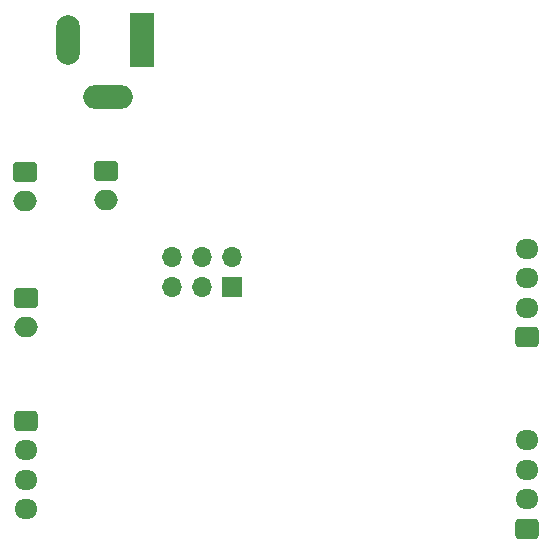
<source format=gbr>
%TF.GenerationSoftware,KiCad,Pcbnew,6.0.8-f2edbf62ab~116~ubuntu20.04.1*%
%TF.CreationDate,2022-11-29T14:24:58-06:00*%
%TF.ProjectId,glasses-display,676c6173-7365-4732-9d64-6973706c6179,rev?*%
%TF.SameCoordinates,Original*%
%TF.FileFunction,Soldermask,Bot*%
%TF.FilePolarity,Negative*%
%FSLAX46Y46*%
G04 Gerber Fmt 4.6, Leading zero omitted, Abs format (unit mm)*
G04 Created by KiCad (PCBNEW 6.0.8-f2edbf62ab~116~ubuntu20.04.1) date 2022-11-29 14:24:58*
%MOMM*%
%LPD*%
G01*
G04 APERTURE LIST*
G04 Aperture macros list*
%AMRoundRect*
0 Rectangle with rounded corners*
0 $1 Rounding radius*
0 $2 $3 $4 $5 $6 $7 $8 $9 X,Y pos of 4 corners*
0 Add a 4 corners polygon primitive as box body*
4,1,4,$2,$3,$4,$5,$6,$7,$8,$9,$2,$3,0*
0 Add four circle primitives for the rounded corners*
1,1,$1+$1,$2,$3*
1,1,$1+$1,$4,$5*
1,1,$1+$1,$6,$7*
1,1,$1+$1,$8,$9*
0 Add four rect primitives between the rounded corners*
20,1,$1+$1,$2,$3,$4,$5,0*
20,1,$1+$1,$4,$5,$6,$7,0*
20,1,$1+$1,$6,$7,$8,$9,0*
20,1,$1+$1,$8,$9,$2,$3,0*%
G04 Aperture macros list end*
%ADD10RoundRect,0.250000X0.725000X-0.600000X0.725000X0.600000X-0.725000X0.600000X-0.725000X-0.600000X0*%
%ADD11O,1.950000X1.700000*%
%ADD12R,1.700000X1.700000*%
%ADD13O,1.700000X1.700000*%
%ADD14RoundRect,0.250000X-0.750000X0.600000X-0.750000X-0.600000X0.750000X-0.600000X0.750000X0.600000X0*%
%ADD15O,2.000000X1.700000*%
%ADD16R,2.000000X4.600000*%
%ADD17O,2.000000X4.200000*%
%ADD18O,4.200000X2.000000*%
%ADD19RoundRect,0.250000X-0.725000X0.600000X-0.725000X-0.600000X0.725000X-0.600000X0.725000X0.600000X0*%
G04 APERTURE END LIST*
D10*
%TO.C,J6*%
X96700000Y-80350000D03*
D11*
X96700000Y-77850000D03*
X96700000Y-75350000D03*
X96700000Y-72850000D03*
%TD*%
D12*
%TO.C,J7*%
X71725000Y-76090000D03*
D13*
X71725000Y-73550000D03*
X69185000Y-76090000D03*
X69185000Y-73550000D03*
X66645000Y-76090000D03*
X66645000Y-73550000D03*
%TD*%
D14*
%TO.C,J2*%
X54200000Y-66300000D03*
D15*
X54200000Y-68800000D03*
%TD*%
D14*
%TO.C,J4*%
X54300000Y-77000000D03*
D15*
X54300000Y-79500000D03*
%TD*%
D10*
%TO.C,J8*%
X96700000Y-96550000D03*
D11*
X96700000Y-94050000D03*
X96700000Y-91550000D03*
X96700000Y-89050000D03*
%TD*%
D14*
%TO.C,J3*%
X61100000Y-66250000D03*
D15*
X61100000Y-68750000D03*
%TD*%
D16*
%TO.C,J1*%
X64150000Y-55200000D03*
D17*
X57850000Y-55200000D03*
D18*
X61250000Y-60000000D03*
%TD*%
D19*
%TO.C,J5*%
X54300000Y-87400000D03*
D11*
X54300000Y-89900000D03*
X54300000Y-92400000D03*
X54300000Y-94900000D03*
%TD*%
M02*

</source>
